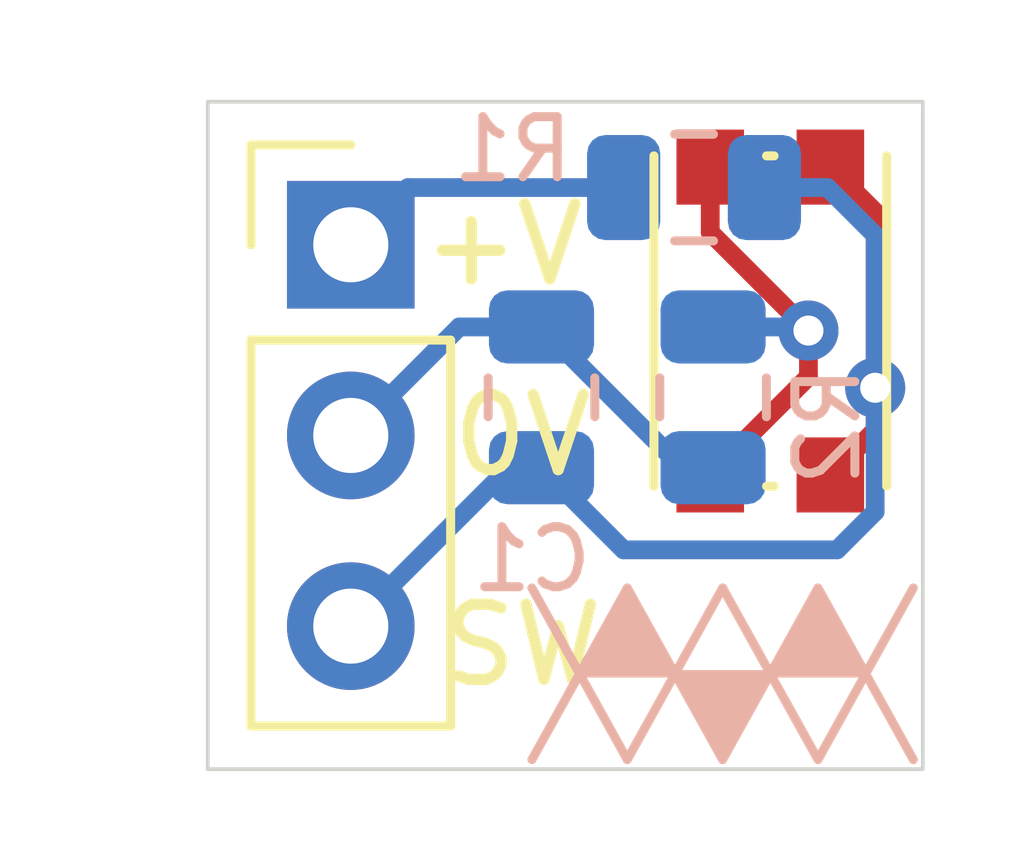
<source format=kicad_pcb>
(kicad_pcb (version 20171130) (host pcbnew "(5.1.2)-1")

  (general
    (thickness 1.6)
    (drawings 7)
    (tracks 30)
    (zones 0)
    (modules 6)
    (nets 5)
  )

  (page A4)
  (layers
    (0 F.Cu signal)
    (31 B.Cu signal)
    (32 B.Adhes user)
    (33 F.Adhes user)
    (34 B.Paste user)
    (35 F.Paste user)
    (36 B.SilkS user)
    (37 F.SilkS user)
    (38 B.Mask user)
    (39 F.Mask user)
    (40 Dwgs.User user)
    (41 Cmts.User user)
    (42 Eco1.User user)
    (43 Eco2.User user)
    (44 Edge.Cuts user)
    (45 Margin user)
    (46 B.CrtYd user)
    (47 F.CrtYd user)
    (48 B.Fab user)
    (49 F.Fab user)
  )

  (setup
    (last_trace_width 0.25)
    (trace_clearance 0.2)
    (zone_clearance 0.508)
    (zone_45_only no)
    (trace_min 0.2)
    (via_size 0.8)
    (via_drill 0.4)
    (via_min_size 0.4)
    (via_min_drill 0.3)
    (uvia_size 0.3)
    (uvia_drill 0.1)
    (uvias_allowed no)
    (uvia_min_size 0.2)
    (uvia_min_drill 0.1)
    (edge_width 0.05)
    (segment_width 0.2)
    (pcb_text_width 0.3)
    (pcb_text_size 1.5 1.5)
    (mod_edge_width 0.12)
    (mod_text_size 1 1)
    (mod_text_width 0.15)
    (pad_size 1.524 1.524)
    (pad_drill 0.762)
    (pad_to_mask_clearance 0.051)
    (solder_mask_min_width 0.25)
    (aux_axis_origin 0 0)
    (visible_elements FFFFFF7F)
    (pcbplotparams
      (layerselection 0x010fc_ffffffff)
      (usegerberextensions false)
      (usegerberattributes false)
      (usegerberadvancedattributes false)
      (creategerberjobfile false)
      (excludeedgelayer true)
      (linewidth 0.100000)
      (plotframeref false)
      (viasonmask false)
      (mode 1)
      (useauxorigin false)
      (hpglpennumber 1)
      (hpglpenspeed 20)
      (hpglpendiameter 15.000000)
      (psnegative false)
      (psa4output false)
      (plotreference true)
      (plotvalue true)
      (plotinvisibletext false)
      (padsonsilk false)
      (subtractmaskfromsilk false)
      (outputformat 1)
      (mirror false)
      (drillshape 0)
      (scaleselection 1)
      (outputdirectory "gbr/"))
  )

  (net 0 "")
  (net 1 GND)
  (net 2 OUT)
  (net 3 +V)
  (net 4 "Net-(R2-Pad1)")

  (net_class Default "This is the default net class."
    (clearance 0.2)
    (trace_width 0.25)
    (via_dia 0.8)
    (via_drill 0.4)
    (uvia_dia 0.3)
    (uvia_drill 0.1)
    (add_net +V)
    (add_net GND)
    (add_net "Net-(R2-Pad1)")
    (add_net OUT)
  )

  (module Symbol:Logo_WM (layer B.Cu) (tedit 5EA02B73) (tstamp 5EA53EA6)
    (at 131.953 97.155)
    (fp_text reference REF** (at 0 2.286) (layer B.SilkS) hide
      (effects (font (size 1 1) (thickness 0.15)) (justify mirror))
    )
    (fp_text value Logo_WM (at 0 -2.032) (layer B.Fab)
      (effects (font (size 1 1) (thickness 0.15)) (justify mirror))
    )
    (fp_poly (pts (xy 0.635 0) (xy 1.905 0) (xy 1.27 -1.143)) (layer B.SilkS) (width 0.1))
    (fp_poly (pts (xy -0.635 0) (xy 0.635 0) (xy 0 1.143)) (layer B.SilkS) (width 0.1))
    (fp_poly (pts (xy -1.905 0) (xy -0.635 0) (xy -1.27 -1.143)) (layer B.SilkS) (width 0.1))
    (fp_line (start 1.905 0) (end 2.54 -1.143) (layer B.SilkS) (width 0.12))
    (fp_line (start 2.54 1.143) (end 1.905 0) (layer B.SilkS) (width 0.12))
    (fp_line (start -2.54 -1.143) (end -1.905 0) (layer B.SilkS) (width 0.12))
    (fp_line (start -1.905 0) (end -2.54 1.143) (layer B.SilkS) (width 0.12))
    (fp_line (start -0.635 0) (end -1.27 1.143) (layer B.SilkS) (width 0.12))
    (fp_line (start -1.905 0) (end -1.27 -1.143) (layer B.SilkS) (width 0.12))
    (fp_line (start -1.27 1.143) (end -1.905 0) (layer B.SilkS) (width 0.12))
    (fp_line (start -1.27 -1.143) (end -0.635 0) (layer B.SilkS) (width 0.12))
    (fp_line (start 1.27 1.143) (end 0.635 0) (layer B.SilkS) (width 0.12))
    (fp_line (start 0.635 0) (end 1.27 -1.143) (layer B.SilkS) (width 0.12))
    (fp_line (start 1.27 -1.143) (end 1.905 0) (layer B.SilkS) (width 0.12))
    (fp_line (start 1.905 0) (end 1.27 1.143) (layer B.SilkS) (width 0.12))
    (fp_line (start 0.635 0) (end 0 1.143) (layer B.SilkS) (width 0.12))
    (fp_line (start 0 -1.143) (end 0.635 0) (layer B.SilkS) (width 0.12))
    (fp_line (start -0.635 0) (end 0 -1.143) (layer B.SilkS) (width 0.12))
    (fp_line (start 0 1.143) (end -0.635 0) (layer B.SilkS) (width 0.12))
  )

  (module Button_Switch_SMD:SW_Push_1P1T_NO_CK_KMR2 (layer F.Cu) (tedit 5A02FC95) (tstamp 5EA53800)
    (at 132.588 92.456 90)
    (descr "CK components KMR2 tactile switch http://www.ckswitches.com/media/1479/kmr2.pdf")
    (tags "tactile switch kmr2")
    (path /5EA57B75)
    (attr smd)
    (fp_text reference SW1 (at 0 -2.45 90) (layer F.SilkS) hide
      (effects (font (size 1 1) (thickness 0.15)))
    )
    (fp_text value SW_Push (at 0 2.55 90) (layer F.Fab)
      (effects (font (size 1 1) (thickness 0.15)))
    )
    (fp_line (start -2.2 0.05) (end -2.2 -0.05) (layer F.SilkS) (width 0.12))
    (fp_line (start 2.2 -1.55) (end -2.2 -1.55) (layer F.SilkS) (width 0.12))
    (fp_line (start -2.2 1.55) (end 2.2 1.55) (layer F.SilkS) (width 0.12))
    (fp_circle (center 0 0) (end 0 0.8) (layer F.Fab) (width 0.1))
    (fp_line (start -2.8 1.8) (end -2.8 -1.8) (layer F.CrtYd) (width 0.05))
    (fp_line (start 2.8 1.8) (end -2.8 1.8) (layer F.CrtYd) (width 0.05))
    (fp_line (start 2.8 -1.8) (end 2.8 1.8) (layer F.CrtYd) (width 0.05))
    (fp_line (start -2.8 -1.8) (end 2.8 -1.8) (layer F.CrtYd) (width 0.05))
    (fp_line (start 2.2 0.05) (end 2.2 -0.05) (layer F.SilkS) (width 0.12))
    (fp_line (start -2.1 1.4) (end -2.1 -1.4) (layer F.Fab) (width 0.1))
    (fp_line (start 2.1 1.4) (end -2.1 1.4) (layer F.Fab) (width 0.1))
    (fp_line (start 2.1 -1.4) (end 2.1 1.4) (layer F.Fab) (width 0.1))
    (fp_line (start -2.1 -1.4) (end 2.1 -1.4) (layer F.Fab) (width 0.1))
    (fp_text user %R (at 0 -2.45 90) (layer F.Fab)
      (effects (font (size 1 1) (thickness 0.15)))
    )
    (pad 2 smd rect (at 2.05 0.8 180) (size 0.9 1) (layers F.Cu F.Paste F.Mask)
      (net 2 OUT))
    (pad 1 smd rect (at 2.05 -0.8 180) (size 0.9 1) (layers F.Cu F.Paste F.Mask)
      (net 4 "Net-(R2-Pad1)"))
    (pad 2 smd rect (at -2.05 0.8 180) (size 0.9 1) (layers F.Cu F.Paste F.Mask)
      (net 2 OUT))
    (pad 1 smd rect (at -2.05 -0.8 180) (size 0.9 1) (layers F.Cu F.Paste F.Mask)
      (net 4 "Net-(R2-Pad1)"))
    (model ${KISYS3DMOD}/Button_Switch_SMD.3dshapes/SW_SPST_B3U-1000P.step
      (at (xyz 0 0 0))
      (scale (xyz 1 1 1))
      (rotate (xyz 0 0 0))
    )
  )

  (module Resistor_SMD:R_0805_2012Metric (layer B.Cu) (tedit 5B36C52B) (tstamp 5EA537EA)
    (at 131.826 93.472 270)
    (descr "Resistor SMD 0805 (2012 Metric), square (rectangular) end terminal, IPC_7351 nominal, (Body size source: https://docs.google.com/spreadsheets/d/1BsfQQcO9C6DZCsRaXUlFlo91Tg2WpOkGARC1WS5S8t0/edit?usp=sharing), generated with kicad-footprint-generator")
    (tags resistor)
    (path /5EA4E835)
    (attr smd)
    (fp_text reference R2 (at 0.381 -1.524 270) (layer B.SilkS)
      (effects (font (size 0.8 0.8) (thickness 0.12)) (justify mirror))
    )
    (fp_text value 1kR (at 0 -1.65 90) (layer B.Fab)
      (effects (font (size 1 1) (thickness 0.15)) (justify mirror))
    )
    (fp_text user %R (at 0 0 90) (layer B.Fab)
      (effects (font (size 0.5 0.5) (thickness 0.08)) (justify mirror))
    )
    (fp_line (start 1.68 -0.95) (end -1.68 -0.95) (layer B.CrtYd) (width 0.05))
    (fp_line (start 1.68 0.95) (end 1.68 -0.95) (layer B.CrtYd) (width 0.05))
    (fp_line (start -1.68 0.95) (end 1.68 0.95) (layer B.CrtYd) (width 0.05))
    (fp_line (start -1.68 -0.95) (end -1.68 0.95) (layer B.CrtYd) (width 0.05))
    (fp_line (start -0.258578 -0.71) (end 0.258578 -0.71) (layer B.SilkS) (width 0.12))
    (fp_line (start -0.258578 0.71) (end 0.258578 0.71) (layer B.SilkS) (width 0.12))
    (fp_line (start 1 -0.6) (end -1 -0.6) (layer B.Fab) (width 0.1))
    (fp_line (start 1 0.6) (end 1 -0.6) (layer B.Fab) (width 0.1))
    (fp_line (start -1 0.6) (end 1 0.6) (layer B.Fab) (width 0.1))
    (fp_line (start -1 -0.6) (end -1 0.6) (layer B.Fab) (width 0.1))
    (pad 2 smd roundrect (at 0.9375 0 270) (size 0.975 1.4) (layers B.Cu B.Paste B.Mask) (roundrect_rratio 0.25)
      (net 1 GND))
    (pad 1 smd roundrect (at -0.9375 0 270) (size 0.975 1.4) (layers B.Cu B.Paste B.Mask) (roundrect_rratio 0.25)
      (net 4 "Net-(R2-Pad1)"))
    (model ${KISYS3DMOD}/Resistor_SMD.3dshapes/R_0805_2012Metric.wrl
      (at (xyz 0 0 0))
      (scale (xyz 1 1 1))
      (rotate (xyz 0 0 0))
    )
  )

  (module Resistor_SMD:R_0805_2012Metric (layer B.Cu) (tedit 5B36C52B) (tstamp 5EA537D9)
    (at 131.572 90.678)
    (descr "Resistor SMD 0805 (2012 Metric), square (rectangular) end terminal, IPC_7351 nominal, (Body size source: https://docs.google.com/spreadsheets/d/1BsfQQcO9C6DZCsRaXUlFlo91Tg2WpOkGARC1WS5S8t0/edit?usp=sharing), generated with kicad-footprint-generator")
    (tags resistor)
    (path /5EA4F283)
    (attr smd)
    (fp_text reference R1 (at -2.413 -0.508) (layer B.SilkS)
      (effects (font (size 0.8 0.8) (thickness 0.12)) (justify mirror))
    )
    (fp_text value 10kR (at 0 -1.65) (layer B.Fab)
      (effects (font (size 1 1) (thickness 0.15)) (justify mirror))
    )
    (fp_text user %R (at 0 0) (layer B.Fab)
      (effects (font (size 0.5 0.5) (thickness 0.08)) (justify mirror))
    )
    (fp_line (start 1.68 -0.95) (end -1.68 -0.95) (layer B.CrtYd) (width 0.05))
    (fp_line (start 1.68 0.95) (end 1.68 -0.95) (layer B.CrtYd) (width 0.05))
    (fp_line (start -1.68 0.95) (end 1.68 0.95) (layer B.CrtYd) (width 0.05))
    (fp_line (start -1.68 -0.95) (end -1.68 0.95) (layer B.CrtYd) (width 0.05))
    (fp_line (start -0.258578 -0.71) (end 0.258578 -0.71) (layer B.SilkS) (width 0.12))
    (fp_line (start -0.258578 0.71) (end 0.258578 0.71) (layer B.SilkS) (width 0.12))
    (fp_line (start 1 -0.6) (end -1 -0.6) (layer B.Fab) (width 0.1))
    (fp_line (start 1 0.6) (end 1 -0.6) (layer B.Fab) (width 0.1))
    (fp_line (start -1 0.6) (end 1 0.6) (layer B.Fab) (width 0.1))
    (fp_line (start -1 -0.6) (end -1 0.6) (layer B.Fab) (width 0.1))
    (pad 2 smd roundrect (at 0.9375 0) (size 0.975 1.4) (layers B.Cu B.Paste B.Mask) (roundrect_rratio 0.25)
      (net 2 OUT))
    (pad 1 smd roundrect (at -0.9375 0) (size 0.975 1.4) (layers B.Cu B.Paste B.Mask) (roundrect_rratio 0.25)
      (net 3 +V))
    (model ${KISYS3DMOD}/Resistor_SMD.3dshapes/R_0805_2012Metric.wrl
      (at (xyz 0 0 0))
      (scale (xyz 1 1 1))
      (rotate (xyz 0 0 0))
    )
  )

  (module Connector_PinHeader_2.54mm:PinHeader_1x03_P2.54mm_Vertical (layer F.Cu) (tedit 59FED5CC) (tstamp 5EA537C8)
    (at 127 91.44)
    (descr "Through hole straight pin header, 1x03, 2.54mm pitch, single row")
    (tags "Through hole pin header THT 1x03 2.54mm single row")
    (path /5EA5900B)
    (fp_text reference J1 (at 0 -2.33) (layer F.SilkS) hide
      (effects (font (size 1 1) (thickness 0.15)))
    )
    (fp_text value Conn_01x03 (at 0 7.41) (layer F.Fab)
      (effects (font (size 1 1) (thickness 0.15)))
    )
    (fp_text user %R (at 0 2.54 90) (layer F.Fab)
      (effects (font (size 1 1) (thickness 0.15)))
    )
    (fp_line (start 1.8 -1.8) (end -1.8 -1.8) (layer F.CrtYd) (width 0.05))
    (fp_line (start 1.8 6.85) (end 1.8 -1.8) (layer F.CrtYd) (width 0.05))
    (fp_line (start -1.8 6.85) (end 1.8 6.85) (layer F.CrtYd) (width 0.05))
    (fp_line (start -1.8 -1.8) (end -1.8 6.85) (layer F.CrtYd) (width 0.05))
    (fp_line (start -1.33 -1.33) (end 0 -1.33) (layer F.SilkS) (width 0.12))
    (fp_line (start -1.33 0) (end -1.33 -1.33) (layer F.SilkS) (width 0.12))
    (fp_line (start -1.33 1.27) (end 1.33 1.27) (layer F.SilkS) (width 0.12))
    (fp_line (start 1.33 1.27) (end 1.33 6.41) (layer F.SilkS) (width 0.12))
    (fp_line (start -1.33 1.27) (end -1.33 6.41) (layer F.SilkS) (width 0.12))
    (fp_line (start -1.33 6.41) (end 1.33 6.41) (layer F.SilkS) (width 0.12))
    (fp_line (start -1.27 -0.635) (end -0.635 -1.27) (layer F.Fab) (width 0.1))
    (fp_line (start -1.27 6.35) (end -1.27 -0.635) (layer F.Fab) (width 0.1))
    (fp_line (start 1.27 6.35) (end -1.27 6.35) (layer F.Fab) (width 0.1))
    (fp_line (start 1.27 -1.27) (end 1.27 6.35) (layer F.Fab) (width 0.1))
    (fp_line (start -0.635 -1.27) (end 1.27 -1.27) (layer F.Fab) (width 0.1))
    (pad 3 thru_hole oval (at 0 5.08) (size 1.7 1.7) (drill 1) (layers *.Cu *.Mask)
      (net 2 OUT))
    (pad 2 thru_hole oval (at 0 2.54) (size 1.7 1.7) (drill 1) (layers *.Cu *.Mask)
      (net 1 GND))
    (pad 1 thru_hole rect (at 0 0) (size 1.7 1.7) (drill 1) (layers *.Cu *.Mask)
      (net 3 +V))
    (model ${KISYS3DMOD}/Connector_PinHeader_2.54mm.3dshapes/PinHeader_1x03_P2.54mm_Vertical.wrl
      (at (xyz 0 0 0))
      (scale (xyz 1 1 1))
      (rotate (xyz 0 0 0))
    )
  )

  (module Capacitor_SMD:C_0805_2012Metric (layer B.Cu) (tedit 5B36C52B) (tstamp 5EA537B1)
    (at 129.54 93.472 90)
    (descr "Capacitor SMD 0805 (2012 Metric), square (rectangular) end terminal, IPC_7351 nominal, (Body size source: https://docs.google.com/spreadsheets/d/1BsfQQcO9C6DZCsRaXUlFlo91Tg2WpOkGARC1WS5S8t0/edit?usp=sharing), generated with kicad-footprint-generator")
    (tags capacitor)
    (path /5EA4E057)
    (attr smd)
    (fp_text reference C1 (at -2.159 -0.127 180) (layer B.SilkS)
      (effects (font (size 0.8 0.8) (thickness 0.12)) (justify mirror))
    )
    (fp_text value 1pF (at 0 -1.65 90) (layer B.Fab)
      (effects (font (size 1 1) (thickness 0.15)) (justify mirror))
    )
    (fp_text user %R (at 0 0 90) (layer B.Fab)
      (effects (font (size 0.5 0.5) (thickness 0.08)) (justify mirror))
    )
    (fp_line (start 1.68 -0.95) (end -1.68 -0.95) (layer B.CrtYd) (width 0.05))
    (fp_line (start 1.68 0.95) (end 1.68 -0.95) (layer B.CrtYd) (width 0.05))
    (fp_line (start -1.68 0.95) (end 1.68 0.95) (layer B.CrtYd) (width 0.05))
    (fp_line (start -1.68 -0.95) (end -1.68 0.95) (layer B.CrtYd) (width 0.05))
    (fp_line (start -0.258578 -0.71) (end 0.258578 -0.71) (layer B.SilkS) (width 0.12))
    (fp_line (start -0.258578 0.71) (end 0.258578 0.71) (layer B.SilkS) (width 0.12))
    (fp_line (start 1 -0.6) (end -1 -0.6) (layer B.Fab) (width 0.1))
    (fp_line (start 1 0.6) (end 1 -0.6) (layer B.Fab) (width 0.1))
    (fp_line (start -1 0.6) (end 1 0.6) (layer B.Fab) (width 0.1))
    (fp_line (start -1 -0.6) (end -1 0.6) (layer B.Fab) (width 0.1))
    (pad 2 smd roundrect (at 0.9375 0 90) (size 0.975 1.4) (layers B.Cu B.Paste B.Mask) (roundrect_rratio 0.25)
      (net 1 GND))
    (pad 1 smd roundrect (at -0.9375 0 90) (size 0.975 1.4) (layers B.Cu B.Paste B.Mask) (roundrect_rratio 0.25)
      (net 2 OUT))
    (model ${KISYS3DMOD}/Capacitor_SMD.3dshapes/C_0805_2012Metric.wrl
      (at (xyz 0 0 0))
      (scale (xyz 1 1 1))
      (rotate (xyz 0 0 0))
    )
  )

  (gr_text SW (at 129.286 96.774) (layer F.SilkS)
    (effects (font (size 1 1) (thickness 0.15)))
  )
  (gr_text 0V (at 129.286 93.98) (layer F.SilkS)
    (effects (font (size 1 1) (thickness 0.15)))
  )
  (gr_text +V (at 129.032 91.44) (layer F.SilkS)
    (effects (font (size 1 1) (thickness 0.15)))
  )
  (gr_line (start 125.095 98.425) (end 125.095 89.535) (layer Edge.Cuts) (width 0.05) (tstamp 5EA53874))
  (gr_line (start 134.62 98.425) (end 125.095 98.425) (layer Edge.Cuts) (width 0.05))
  (gr_line (start 134.62 89.535) (end 134.62 98.425) (layer Edge.Cuts) (width 0.05))
  (gr_line (start 125.095 89.535) (end 134.62 89.535) (layer Edge.Cuts) (width 0.05))

  (segment (start 127.3325 94.3125) (end 127 93.98) (width 0.25) (layer B.Cu) (net 1))
  (segment (start 131.415 94.4095) (end 129.54 92.5345) (width 0.25) (layer B.Cu) (net 1))
  (segment (start 131.826 94.4095) (end 131.415 94.4095) (width 0.25) (layer B.Cu) (net 1))
  (segment (start 128.4455 92.5345) (end 127 93.98) (width 0.25) (layer B.Cu) (net 1))
  (segment (start 129.54 92.5345) (end 128.4455 92.5345) (width 0.25) (layer B.Cu) (net 1))
  (segment (start 133.604 90.622) (end 133.388 90.406) (width 0.25) (layer F.Cu) (net 2))
  (segment (start 133.604 94.29) (end 133.388 94.506) (width 0.25) (layer F.Cu) (net 2))
  (segment (start 129.1105 94.4095) (end 127 96.52) (width 0.25) (layer B.Cu) (net 2))
  (segment (start 129.54 94.4095) (end 129.1105 94.4095) (width 0.25) (layer B.Cu) (net 2))
  (segment (start 130.6345 95.504) (end 129.54 94.4095) (width 0.25) (layer B.Cu) (net 2))
  (segment (start 130.6345 95.504) (end 133.477 95.504) (width 0.25) (layer B.Cu) (net 2))
  (via (at 133.985 93.345) (size 0.8) (drill 0.4) (layers F.Cu B.Cu) (net 2))
  (segment (start 133.477 95.504) (end 133.985 94.996) (width 0.25) (layer B.Cu) (net 2))
  (segment (start 133.985 94.996) (end 133.985 93.345) (width 0.25) (layer B.Cu) (net 2))
  (segment (start 133.985 93.909) (end 133.388 94.506) (width 0.25) (layer F.Cu) (net 2))
  (segment (start 133.985 93.345) (end 133.985 93.909) (width 0.25) (layer F.Cu) (net 2))
  (segment (start 133.985 91.003) (end 133.388 90.406) (width 0.25) (layer F.Cu) (net 2))
  (segment (start 133.985 93.345) (end 133.985 91.003) (width 0.25) (layer F.Cu) (net 2))
  (segment (start 133.985 93.345) (end 133.985 91.313) (width 0.25) (layer B.Cu) (net 2))
  (segment (start 133.35 90.678) (end 132.5095 90.678) (width 0.25) (layer B.Cu) (net 2))
  (segment (start 133.985 91.313) (end 133.35 90.678) (width 0.25) (layer B.Cu) (net 2))
  (segment (start 127.762 90.678) (end 127 91.44) (width 0.25) (layer B.Cu) (net 3))
  (segment (start 130.6345 90.678) (end 127.762 90.678) (width 0.25) (layer B.Cu) (net 3))
  (via (at 133.096 92.583) (size 0.8) (drill 0.4) (layers F.Cu B.Cu) (net 4))
  (segment (start 131.826 92.5345) (end 133.0475 92.5345) (width 0.25) (layer B.Cu) (net 4))
  (segment (start 133.0475 92.5345) (end 133.096 92.583) (width 0.25) (layer B.Cu) (net 4))
  (segment (start 131.788 91.275) (end 131.788 90.406) (width 0.25) (layer F.Cu) (net 4))
  (segment (start 133.096 92.583) (end 131.788 91.275) (width 0.25) (layer F.Cu) (net 4))
  (segment (start 133.096 93.198) (end 131.788 94.506) (width 0.25) (layer F.Cu) (net 4))
  (segment (start 133.096 92.583) (end 133.096 93.198) (width 0.25) (layer F.Cu) (net 4))

)

</source>
